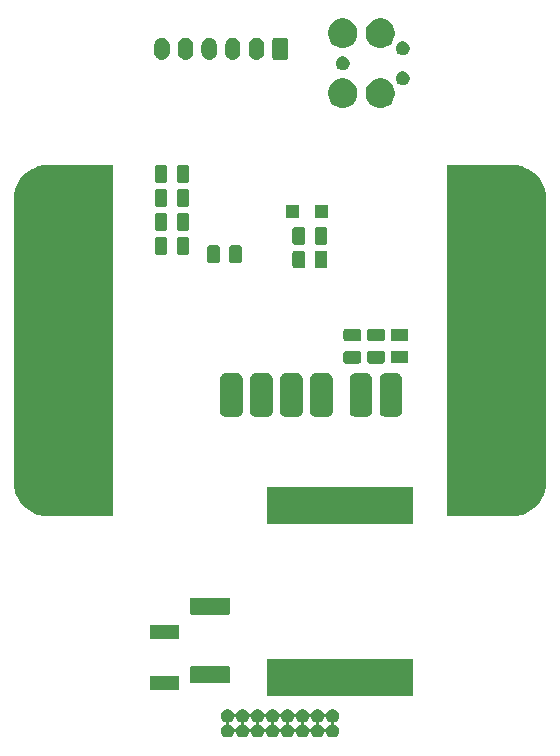
<source format=gbr>
G04 #@! TF.GenerationSoftware,KiCad,Pcbnew,(5.1.4)-1*
G04 #@! TF.CreationDate,2020-06-09T22:28:14-07:00*
G04 #@! TF.ProjectId,SkateLightMainBoard,536b6174-654c-4696-9768-744d61696e42,rev?*
G04 #@! TF.SameCoordinates,Original*
G04 #@! TF.FileFunction,Soldermask,Bot*
G04 #@! TF.FilePolarity,Negative*
%FSLAX46Y46*%
G04 Gerber Fmt 4.6, Leading zero omitted, Abs format (unit mm)*
G04 Created by KiCad (PCBNEW (5.1.4)-1) date 2020-06-09 22:28:14*
%MOMM*%
%LPD*%
G04 APERTURE LIST*
%ADD10C,0.100000*%
G04 APERTURE END LIST*
D10*
G36*
X-4281949Y-33075480D02*
G01*
X-4231080Y-33096551D01*
X-4180214Y-33117620D01*
X-4088658Y-33178796D01*
X-4010796Y-33256658D01*
X-3949620Y-33348214D01*
X-3925484Y-33406485D01*
X-3913932Y-33428095D01*
X-3898387Y-33447037D01*
X-3879445Y-33462582D01*
X-3857834Y-33474133D01*
X-3834385Y-33481246D01*
X-3809999Y-33483648D01*
X-3785613Y-33481246D01*
X-3762164Y-33474133D01*
X-3740554Y-33462581D01*
X-3721612Y-33447036D01*
X-3706067Y-33428094D01*
X-3694516Y-33406485D01*
X-3670380Y-33348214D01*
X-3609204Y-33256658D01*
X-3531342Y-33178796D01*
X-3439786Y-33117620D01*
X-3388920Y-33096551D01*
X-3338051Y-33075480D01*
X-3230059Y-33054000D01*
X-3119941Y-33054000D01*
X-3011949Y-33075480D01*
X-2961080Y-33096551D01*
X-2910214Y-33117620D01*
X-2818658Y-33178796D01*
X-2740796Y-33256658D01*
X-2679620Y-33348214D01*
X-2655484Y-33406485D01*
X-2643932Y-33428095D01*
X-2628387Y-33447037D01*
X-2609445Y-33462582D01*
X-2587834Y-33474133D01*
X-2564385Y-33481246D01*
X-2539999Y-33483648D01*
X-2515613Y-33481246D01*
X-2492164Y-33474133D01*
X-2470554Y-33462581D01*
X-2451612Y-33447036D01*
X-2436067Y-33428094D01*
X-2424516Y-33406485D01*
X-2400380Y-33348214D01*
X-2339204Y-33256658D01*
X-2261342Y-33178796D01*
X-2169786Y-33117620D01*
X-2118920Y-33096551D01*
X-2068051Y-33075480D01*
X-1960059Y-33054000D01*
X-1849941Y-33054000D01*
X-1741949Y-33075480D01*
X-1691080Y-33096551D01*
X-1640214Y-33117620D01*
X-1548658Y-33178796D01*
X-1470796Y-33256658D01*
X-1409620Y-33348214D01*
X-1385484Y-33406485D01*
X-1373932Y-33428095D01*
X-1358387Y-33447037D01*
X-1339445Y-33462582D01*
X-1317834Y-33474133D01*
X-1294385Y-33481246D01*
X-1269999Y-33483648D01*
X-1245613Y-33481246D01*
X-1222164Y-33474133D01*
X-1200554Y-33462581D01*
X-1181612Y-33447036D01*
X-1166067Y-33428094D01*
X-1154516Y-33406485D01*
X-1130380Y-33348214D01*
X-1069204Y-33256658D01*
X-991342Y-33178796D01*
X-899786Y-33117620D01*
X-848920Y-33096551D01*
X-798051Y-33075480D01*
X-690059Y-33054000D01*
X-579941Y-33054000D01*
X-471949Y-33075480D01*
X-421080Y-33096551D01*
X-370214Y-33117620D01*
X-278658Y-33178796D01*
X-200796Y-33256658D01*
X-139620Y-33348214D01*
X-115484Y-33406485D01*
X-103932Y-33428095D01*
X-88387Y-33447037D01*
X-69445Y-33462582D01*
X-47834Y-33474133D01*
X-24385Y-33481246D01*
X1Y-33483648D01*
X24387Y-33481246D01*
X47836Y-33474133D01*
X69446Y-33462581D01*
X88388Y-33447036D01*
X103933Y-33428094D01*
X115484Y-33406485D01*
X139620Y-33348214D01*
X200796Y-33256658D01*
X278658Y-33178796D01*
X370214Y-33117620D01*
X421080Y-33096551D01*
X471949Y-33075480D01*
X579941Y-33054000D01*
X690059Y-33054000D01*
X798051Y-33075480D01*
X848920Y-33096551D01*
X899786Y-33117620D01*
X991342Y-33178796D01*
X1069204Y-33256658D01*
X1130380Y-33348214D01*
X1154516Y-33406485D01*
X1166068Y-33428095D01*
X1181613Y-33447037D01*
X1200555Y-33462582D01*
X1222166Y-33474133D01*
X1245615Y-33481246D01*
X1270001Y-33483648D01*
X1294387Y-33481246D01*
X1317836Y-33474133D01*
X1339446Y-33462581D01*
X1358388Y-33447036D01*
X1373933Y-33428094D01*
X1385484Y-33406485D01*
X1409620Y-33348214D01*
X1470796Y-33256658D01*
X1548658Y-33178796D01*
X1640214Y-33117620D01*
X1691080Y-33096551D01*
X1741949Y-33075480D01*
X1849941Y-33054000D01*
X1960059Y-33054000D01*
X2068051Y-33075480D01*
X2118920Y-33096551D01*
X2169786Y-33117620D01*
X2261342Y-33178796D01*
X2339204Y-33256658D01*
X2400380Y-33348214D01*
X2424516Y-33406485D01*
X2436068Y-33428095D01*
X2451613Y-33447037D01*
X2470555Y-33462582D01*
X2492166Y-33474133D01*
X2515615Y-33481246D01*
X2540001Y-33483648D01*
X2564387Y-33481246D01*
X2587836Y-33474133D01*
X2609446Y-33462581D01*
X2628388Y-33447036D01*
X2643933Y-33428094D01*
X2655484Y-33406485D01*
X2679620Y-33348214D01*
X2740796Y-33256658D01*
X2818658Y-33178796D01*
X2910214Y-33117620D01*
X2961080Y-33096551D01*
X3011949Y-33075480D01*
X3119941Y-33054000D01*
X3230059Y-33054000D01*
X3338051Y-33075480D01*
X3388920Y-33096551D01*
X3439786Y-33117620D01*
X3531342Y-33178796D01*
X3609204Y-33256658D01*
X3670380Y-33348214D01*
X3694516Y-33406485D01*
X3706068Y-33428095D01*
X3721613Y-33447037D01*
X3740555Y-33462582D01*
X3762166Y-33474133D01*
X3785615Y-33481246D01*
X3810001Y-33483648D01*
X3834387Y-33481246D01*
X3857836Y-33474133D01*
X3879446Y-33462581D01*
X3898388Y-33447036D01*
X3913933Y-33428094D01*
X3925484Y-33406485D01*
X3949620Y-33348214D01*
X4010796Y-33256658D01*
X4088658Y-33178796D01*
X4180214Y-33117620D01*
X4231080Y-33096551D01*
X4281949Y-33075480D01*
X4389941Y-33054000D01*
X4500059Y-33054000D01*
X4608051Y-33075480D01*
X4658920Y-33096551D01*
X4709786Y-33117620D01*
X4801342Y-33178796D01*
X4879204Y-33256658D01*
X4940380Y-33348214D01*
X4961449Y-33399080D01*
X4982520Y-33449949D01*
X5004000Y-33557941D01*
X5004000Y-33668059D01*
X4982520Y-33776051D01*
X4973467Y-33797906D01*
X4940380Y-33877786D01*
X4879204Y-33969342D01*
X4801342Y-34047204D01*
X4709786Y-34108380D01*
X4651515Y-34132516D01*
X4629905Y-34144068D01*
X4610963Y-34159613D01*
X4595418Y-34178555D01*
X4583867Y-34200166D01*
X4576754Y-34223615D01*
X4574352Y-34248001D01*
X4576754Y-34272387D01*
X4583867Y-34295836D01*
X4595419Y-34317446D01*
X4610964Y-34336388D01*
X4629906Y-34351933D01*
X4651513Y-34363483D01*
X4709786Y-34387620D01*
X4801342Y-34448796D01*
X4879204Y-34526658D01*
X4940380Y-34618214D01*
X4961449Y-34669080D01*
X4982520Y-34719949D01*
X5004000Y-34827941D01*
X5004000Y-34938059D01*
X4982520Y-35046051D01*
X4973467Y-35067906D01*
X4940380Y-35147786D01*
X4879204Y-35239342D01*
X4801342Y-35317204D01*
X4709786Y-35378380D01*
X4658920Y-35399449D01*
X4608051Y-35420520D01*
X4500059Y-35442000D01*
X4389941Y-35442000D01*
X4281949Y-35420520D01*
X4231080Y-35399449D01*
X4180214Y-35378380D01*
X4088658Y-35317204D01*
X4010796Y-35239342D01*
X3949620Y-35147786D01*
X3925483Y-35089513D01*
X3913932Y-35067905D01*
X3898387Y-35048963D01*
X3879445Y-35033418D01*
X3857834Y-35021867D01*
X3834385Y-35014754D01*
X3809999Y-35012352D01*
X3785613Y-35014754D01*
X3762164Y-35021867D01*
X3740554Y-35033419D01*
X3721612Y-35048964D01*
X3706067Y-35067906D01*
X3694517Y-35089513D01*
X3670380Y-35147786D01*
X3609204Y-35239342D01*
X3531342Y-35317204D01*
X3439786Y-35378380D01*
X3388920Y-35399449D01*
X3338051Y-35420520D01*
X3230059Y-35442000D01*
X3119941Y-35442000D01*
X3011949Y-35420520D01*
X2961080Y-35399449D01*
X2910214Y-35378380D01*
X2818658Y-35317204D01*
X2740796Y-35239342D01*
X2679620Y-35147786D01*
X2655483Y-35089513D01*
X2643932Y-35067905D01*
X2628387Y-35048963D01*
X2609445Y-35033418D01*
X2587834Y-35021867D01*
X2564385Y-35014754D01*
X2539999Y-35012352D01*
X2515613Y-35014754D01*
X2492164Y-35021867D01*
X2470554Y-35033419D01*
X2451612Y-35048964D01*
X2436067Y-35067906D01*
X2424517Y-35089513D01*
X2400380Y-35147786D01*
X2339204Y-35239342D01*
X2261342Y-35317204D01*
X2169786Y-35378380D01*
X2118920Y-35399449D01*
X2068051Y-35420520D01*
X1960059Y-35442000D01*
X1849941Y-35442000D01*
X1741949Y-35420520D01*
X1691080Y-35399449D01*
X1640214Y-35378380D01*
X1548658Y-35317204D01*
X1470796Y-35239342D01*
X1409620Y-35147786D01*
X1385483Y-35089513D01*
X1373932Y-35067905D01*
X1358387Y-35048963D01*
X1339445Y-35033418D01*
X1317834Y-35021867D01*
X1294385Y-35014754D01*
X1269999Y-35012352D01*
X1245613Y-35014754D01*
X1222164Y-35021867D01*
X1200554Y-35033419D01*
X1181612Y-35048964D01*
X1166067Y-35067906D01*
X1154517Y-35089513D01*
X1130380Y-35147786D01*
X1069204Y-35239342D01*
X991342Y-35317204D01*
X899786Y-35378380D01*
X848920Y-35399449D01*
X798051Y-35420520D01*
X690059Y-35442000D01*
X579941Y-35442000D01*
X471949Y-35420520D01*
X421080Y-35399449D01*
X370214Y-35378380D01*
X278658Y-35317204D01*
X200796Y-35239342D01*
X139620Y-35147786D01*
X115483Y-35089513D01*
X103932Y-35067905D01*
X88387Y-35048963D01*
X69445Y-35033418D01*
X47834Y-35021867D01*
X24385Y-35014754D01*
X-1Y-35012352D01*
X-24387Y-35014754D01*
X-47836Y-35021867D01*
X-69446Y-35033419D01*
X-88388Y-35048964D01*
X-103933Y-35067906D01*
X-115483Y-35089513D01*
X-139620Y-35147786D01*
X-200796Y-35239342D01*
X-278658Y-35317204D01*
X-370214Y-35378380D01*
X-421080Y-35399449D01*
X-471949Y-35420520D01*
X-579941Y-35442000D01*
X-690059Y-35442000D01*
X-798051Y-35420520D01*
X-848920Y-35399449D01*
X-899786Y-35378380D01*
X-991342Y-35317204D01*
X-1069204Y-35239342D01*
X-1130380Y-35147786D01*
X-1154517Y-35089513D01*
X-1166068Y-35067905D01*
X-1181613Y-35048963D01*
X-1200555Y-35033418D01*
X-1222166Y-35021867D01*
X-1245615Y-35014754D01*
X-1270001Y-35012352D01*
X-1294387Y-35014754D01*
X-1317836Y-35021867D01*
X-1339446Y-35033419D01*
X-1358388Y-35048964D01*
X-1373933Y-35067906D01*
X-1385483Y-35089513D01*
X-1409620Y-35147786D01*
X-1470796Y-35239342D01*
X-1548658Y-35317204D01*
X-1640214Y-35378380D01*
X-1691080Y-35399449D01*
X-1741949Y-35420520D01*
X-1849941Y-35442000D01*
X-1960059Y-35442000D01*
X-2068051Y-35420520D01*
X-2118920Y-35399449D01*
X-2169786Y-35378380D01*
X-2261342Y-35317204D01*
X-2339204Y-35239342D01*
X-2400380Y-35147786D01*
X-2424517Y-35089513D01*
X-2436068Y-35067905D01*
X-2451613Y-35048963D01*
X-2470555Y-35033418D01*
X-2492166Y-35021867D01*
X-2515615Y-35014754D01*
X-2540001Y-35012352D01*
X-2564387Y-35014754D01*
X-2587836Y-35021867D01*
X-2609446Y-35033419D01*
X-2628388Y-35048964D01*
X-2643933Y-35067906D01*
X-2655483Y-35089513D01*
X-2679620Y-35147786D01*
X-2740796Y-35239342D01*
X-2818658Y-35317204D01*
X-2910214Y-35378380D01*
X-2961080Y-35399449D01*
X-3011949Y-35420520D01*
X-3119941Y-35442000D01*
X-3230059Y-35442000D01*
X-3338051Y-35420520D01*
X-3388920Y-35399449D01*
X-3439786Y-35378380D01*
X-3531342Y-35317204D01*
X-3609204Y-35239342D01*
X-3670380Y-35147786D01*
X-3694517Y-35089513D01*
X-3706068Y-35067905D01*
X-3721613Y-35048963D01*
X-3740555Y-35033418D01*
X-3762166Y-35021867D01*
X-3785615Y-35014754D01*
X-3810001Y-35012352D01*
X-3834387Y-35014754D01*
X-3857836Y-35021867D01*
X-3879446Y-35033419D01*
X-3898388Y-35048964D01*
X-3913933Y-35067906D01*
X-3925483Y-35089513D01*
X-3949620Y-35147786D01*
X-4010796Y-35239342D01*
X-4088658Y-35317204D01*
X-4180214Y-35378380D01*
X-4231080Y-35399449D01*
X-4281949Y-35420520D01*
X-4389941Y-35442000D01*
X-4500059Y-35442000D01*
X-4608051Y-35420520D01*
X-4658920Y-35399449D01*
X-4709786Y-35378380D01*
X-4801342Y-35317204D01*
X-4879204Y-35239342D01*
X-4940380Y-35147786D01*
X-4973467Y-35067906D01*
X-4982520Y-35046051D01*
X-5004000Y-34938059D01*
X-5004000Y-34827941D01*
X-4982520Y-34719949D01*
X-4961449Y-34669080D01*
X-4940380Y-34618214D01*
X-4879204Y-34526658D01*
X-4801342Y-34448796D01*
X-4709786Y-34387620D01*
X-4651513Y-34363483D01*
X-4629905Y-34351932D01*
X-4610963Y-34336387D01*
X-4595418Y-34317445D01*
X-4583867Y-34295834D01*
X-4576754Y-34272385D01*
X-4574353Y-34248001D01*
X-4315648Y-34248001D01*
X-4313246Y-34272387D01*
X-4306133Y-34295836D01*
X-4294581Y-34317446D01*
X-4279036Y-34336388D01*
X-4260094Y-34351933D01*
X-4238487Y-34363483D01*
X-4180214Y-34387620D01*
X-4088658Y-34448796D01*
X-4010796Y-34526658D01*
X-3949620Y-34618214D01*
X-3925484Y-34676485D01*
X-3913932Y-34698095D01*
X-3898387Y-34717037D01*
X-3879445Y-34732582D01*
X-3857834Y-34744133D01*
X-3834385Y-34751246D01*
X-3809999Y-34753648D01*
X-3785613Y-34751246D01*
X-3762164Y-34744133D01*
X-3740554Y-34732581D01*
X-3721612Y-34717036D01*
X-3706067Y-34698094D01*
X-3694516Y-34676485D01*
X-3670380Y-34618214D01*
X-3609204Y-34526658D01*
X-3531342Y-34448796D01*
X-3439786Y-34387620D01*
X-3381513Y-34363483D01*
X-3359905Y-34351932D01*
X-3340963Y-34336387D01*
X-3325418Y-34317445D01*
X-3313867Y-34295834D01*
X-3306754Y-34272385D01*
X-3304353Y-34248001D01*
X-3045648Y-34248001D01*
X-3043246Y-34272387D01*
X-3036133Y-34295836D01*
X-3024581Y-34317446D01*
X-3009036Y-34336388D01*
X-2990094Y-34351933D01*
X-2968487Y-34363483D01*
X-2910214Y-34387620D01*
X-2818658Y-34448796D01*
X-2740796Y-34526658D01*
X-2679620Y-34618214D01*
X-2655484Y-34676485D01*
X-2643932Y-34698095D01*
X-2628387Y-34717037D01*
X-2609445Y-34732582D01*
X-2587834Y-34744133D01*
X-2564385Y-34751246D01*
X-2539999Y-34753648D01*
X-2515613Y-34751246D01*
X-2492164Y-34744133D01*
X-2470554Y-34732581D01*
X-2451612Y-34717036D01*
X-2436067Y-34698094D01*
X-2424516Y-34676485D01*
X-2400380Y-34618214D01*
X-2339204Y-34526658D01*
X-2261342Y-34448796D01*
X-2169786Y-34387620D01*
X-2111513Y-34363483D01*
X-2089905Y-34351932D01*
X-2070963Y-34336387D01*
X-2055418Y-34317445D01*
X-2043867Y-34295834D01*
X-2036754Y-34272385D01*
X-2034353Y-34248001D01*
X-1775648Y-34248001D01*
X-1773246Y-34272387D01*
X-1766133Y-34295836D01*
X-1754581Y-34317446D01*
X-1739036Y-34336388D01*
X-1720094Y-34351933D01*
X-1698487Y-34363483D01*
X-1640214Y-34387620D01*
X-1548658Y-34448796D01*
X-1470796Y-34526658D01*
X-1409620Y-34618214D01*
X-1385484Y-34676485D01*
X-1373932Y-34698095D01*
X-1358387Y-34717037D01*
X-1339445Y-34732582D01*
X-1317834Y-34744133D01*
X-1294385Y-34751246D01*
X-1269999Y-34753648D01*
X-1245613Y-34751246D01*
X-1222164Y-34744133D01*
X-1200554Y-34732581D01*
X-1181612Y-34717036D01*
X-1166067Y-34698094D01*
X-1154516Y-34676485D01*
X-1130380Y-34618214D01*
X-1069204Y-34526658D01*
X-991342Y-34448796D01*
X-899786Y-34387620D01*
X-841513Y-34363483D01*
X-819905Y-34351932D01*
X-800963Y-34336387D01*
X-785418Y-34317445D01*
X-773867Y-34295834D01*
X-766754Y-34272385D01*
X-764353Y-34248001D01*
X-505648Y-34248001D01*
X-503246Y-34272387D01*
X-496133Y-34295836D01*
X-484581Y-34317446D01*
X-469036Y-34336388D01*
X-450094Y-34351933D01*
X-428487Y-34363483D01*
X-370214Y-34387620D01*
X-278658Y-34448796D01*
X-200796Y-34526658D01*
X-139620Y-34618214D01*
X-115484Y-34676485D01*
X-103932Y-34698095D01*
X-88387Y-34717037D01*
X-69445Y-34732582D01*
X-47834Y-34744133D01*
X-24385Y-34751246D01*
X1Y-34753648D01*
X24387Y-34751246D01*
X47836Y-34744133D01*
X69446Y-34732581D01*
X88388Y-34717036D01*
X103933Y-34698094D01*
X115484Y-34676485D01*
X139620Y-34618214D01*
X200796Y-34526658D01*
X278658Y-34448796D01*
X370214Y-34387620D01*
X428487Y-34363483D01*
X450095Y-34351932D01*
X469037Y-34336387D01*
X484582Y-34317445D01*
X496133Y-34295834D01*
X503246Y-34272385D01*
X505647Y-34248001D01*
X764352Y-34248001D01*
X766754Y-34272387D01*
X773867Y-34295836D01*
X785419Y-34317446D01*
X800964Y-34336388D01*
X819906Y-34351933D01*
X841513Y-34363483D01*
X899786Y-34387620D01*
X991342Y-34448796D01*
X1069204Y-34526658D01*
X1130380Y-34618214D01*
X1154516Y-34676485D01*
X1166068Y-34698095D01*
X1181613Y-34717037D01*
X1200555Y-34732582D01*
X1222166Y-34744133D01*
X1245615Y-34751246D01*
X1270001Y-34753648D01*
X1294387Y-34751246D01*
X1317836Y-34744133D01*
X1339446Y-34732581D01*
X1358388Y-34717036D01*
X1373933Y-34698094D01*
X1385484Y-34676485D01*
X1409620Y-34618214D01*
X1470796Y-34526658D01*
X1548658Y-34448796D01*
X1640214Y-34387620D01*
X1698487Y-34363483D01*
X1720095Y-34351932D01*
X1739037Y-34336387D01*
X1754582Y-34317445D01*
X1766133Y-34295834D01*
X1773246Y-34272385D01*
X1775647Y-34248001D01*
X2034352Y-34248001D01*
X2036754Y-34272387D01*
X2043867Y-34295836D01*
X2055419Y-34317446D01*
X2070964Y-34336388D01*
X2089906Y-34351933D01*
X2111513Y-34363483D01*
X2169786Y-34387620D01*
X2261342Y-34448796D01*
X2339204Y-34526658D01*
X2400380Y-34618214D01*
X2424516Y-34676485D01*
X2436068Y-34698095D01*
X2451613Y-34717037D01*
X2470555Y-34732582D01*
X2492166Y-34744133D01*
X2515615Y-34751246D01*
X2540001Y-34753648D01*
X2564387Y-34751246D01*
X2587836Y-34744133D01*
X2609446Y-34732581D01*
X2628388Y-34717036D01*
X2643933Y-34698094D01*
X2655484Y-34676485D01*
X2679620Y-34618214D01*
X2740796Y-34526658D01*
X2818658Y-34448796D01*
X2910214Y-34387620D01*
X2968487Y-34363483D01*
X2990095Y-34351932D01*
X3009037Y-34336387D01*
X3024582Y-34317445D01*
X3036133Y-34295834D01*
X3043246Y-34272385D01*
X3045647Y-34248001D01*
X3304352Y-34248001D01*
X3306754Y-34272387D01*
X3313867Y-34295836D01*
X3325419Y-34317446D01*
X3340964Y-34336388D01*
X3359906Y-34351933D01*
X3381513Y-34363483D01*
X3439786Y-34387620D01*
X3531342Y-34448796D01*
X3609204Y-34526658D01*
X3670380Y-34618214D01*
X3694516Y-34676485D01*
X3706068Y-34698095D01*
X3721613Y-34717037D01*
X3740555Y-34732582D01*
X3762166Y-34744133D01*
X3785615Y-34751246D01*
X3810001Y-34753648D01*
X3834387Y-34751246D01*
X3857836Y-34744133D01*
X3879446Y-34732581D01*
X3898388Y-34717036D01*
X3913933Y-34698094D01*
X3925484Y-34676485D01*
X3949620Y-34618214D01*
X4010796Y-34526658D01*
X4088658Y-34448796D01*
X4180214Y-34387620D01*
X4238487Y-34363483D01*
X4260095Y-34351932D01*
X4279037Y-34336387D01*
X4294582Y-34317445D01*
X4306133Y-34295834D01*
X4313246Y-34272385D01*
X4315648Y-34247999D01*
X4313246Y-34223613D01*
X4306133Y-34200164D01*
X4294581Y-34178554D01*
X4279036Y-34159612D01*
X4260094Y-34144067D01*
X4238485Y-34132516D01*
X4180214Y-34108380D01*
X4088658Y-34047204D01*
X4010796Y-33969342D01*
X3949620Y-33877786D01*
X3925483Y-33819513D01*
X3913932Y-33797905D01*
X3898387Y-33778963D01*
X3879445Y-33763418D01*
X3857834Y-33751867D01*
X3834385Y-33744754D01*
X3809999Y-33742352D01*
X3785613Y-33744754D01*
X3762164Y-33751867D01*
X3740554Y-33763419D01*
X3721612Y-33778964D01*
X3706067Y-33797906D01*
X3694517Y-33819513D01*
X3670380Y-33877786D01*
X3609204Y-33969342D01*
X3531342Y-34047204D01*
X3439786Y-34108380D01*
X3381515Y-34132516D01*
X3359905Y-34144068D01*
X3340963Y-34159613D01*
X3325418Y-34178555D01*
X3313867Y-34200166D01*
X3306754Y-34223615D01*
X3304352Y-34248001D01*
X3045647Y-34248001D01*
X3045648Y-34247999D01*
X3043246Y-34223613D01*
X3036133Y-34200164D01*
X3024581Y-34178554D01*
X3009036Y-34159612D01*
X2990094Y-34144067D01*
X2968485Y-34132516D01*
X2910214Y-34108380D01*
X2818658Y-34047204D01*
X2740796Y-33969342D01*
X2679620Y-33877786D01*
X2655483Y-33819513D01*
X2643932Y-33797905D01*
X2628387Y-33778963D01*
X2609445Y-33763418D01*
X2587834Y-33751867D01*
X2564385Y-33744754D01*
X2539999Y-33742352D01*
X2515613Y-33744754D01*
X2492164Y-33751867D01*
X2470554Y-33763419D01*
X2451612Y-33778964D01*
X2436067Y-33797906D01*
X2424517Y-33819513D01*
X2400380Y-33877786D01*
X2339204Y-33969342D01*
X2261342Y-34047204D01*
X2169786Y-34108380D01*
X2111515Y-34132516D01*
X2089905Y-34144068D01*
X2070963Y-34159613D01*
X2055418Y-34178555D01*
X2043867Y-34200166D01*
X2036754Y-34223615D01*
X2034352Y-34248001D01*
X1775647Y-34248001D01*
X1775648Y-34247999D01*
X1773246Y-34223613D01*
X1766133Y-34200164D01*
X1754581Y-34178554D01*
X1739036Y-34159612D01*
X1720094Y-34144067D01*
X1698485Y-34132516D01*
X1640214Y-34108380D01*
X1548658Y-34047204D01*
X1470796Y-33969342D01*
X1409620Y-33877786D01*
X1385483Y-33819513D01*
X1373932Y-33797905D01*
X1358387Y-33778963D01*
X1339445Y-33763418D01*
X1317834Y-33751867D01*
X1294385Y-33744754D01*
X1269999Y-33742352D01*
X1245613Y-33744754D01*
X1222164Y-33751867D01*
X1200554Y-33763419D01*
X1181612Y-33778964D01*
X1166067Y-33797906D01*
X1154517Y-33819513D01*
X1130380Y-33877786D01*
X1069204Y-33969342D01*
X991342Y-34047204D01*
X899786Y-34108380D01*
X841515Y-34132516D01*
X819905Y-34144068D01*
X800963Y-34159613D01*
X785418Y-34178555D01*
X773867Y-34200166D01*
X766754Y-34223615D01*
X764352Y-34248001D01*
X505647Y-34248001D01*
X505648Y-34247999D01*
X503246Y-34223613D01*
X496133Y-34200164D01*
X484581Y-34178554D01*
X469036Y-34159612D01*
X450094Y-34144067D01*
X428485Y-34132516D01*
X370214Y-34108380D01*
X278658Y-34047204D01*
X200796Y-33969342D01*
X139620Y-33877786D01*
X115483Y-33819513D01*
X103932Y-33797905D01*
X88387Y-33778963D01*
X69445Y-33763418D01*
X47834Y-33751867D01*
X24385Y-33744754D01*
X-1Y-33742352D01*
X-24387Y-33744754D01*
X-47836Y-33751867D01*
X-69446Y-33763419D01*
X-88388Y-33778964D01*
X-103933Y-33797906D01*
X-115483Y-33819513D01*
X-139620Y-33877786D01*
X-200796Y-33969342D01*
X-278658Y-34047204D01*
X-370214Y-34108380D01*
X-428485Y-34132516D01*
X-450095Y-34144068D01*
X-469037Y-34159613D01*
X-484582Y-34178555D01*
X-496133Y-34200166D01*
X-503246Y-34223615D01*
X-505648Y-34248001D01*
X-764353Y-34248001D01*
X-764352Y-34247999D01*
X-766754Y-34223613D01*
X-773867Y-34200164D01*
X-785419Y-34178554D01*
X-800964Y-34159612D01*
X-819906Y-34144067D01*
X-841515Y-34132516D01*
X-899786Y-34108380D01*
X-991342Y-34047204D01*
X-1069204Y-33969342D01*
X-1130380Y-33877786D01*
X-1154517Y-33819513D01*
X-1166068Y-33797905D01*
X-1181613Y-33778963D01*
X-1200555Y-33763418D01*
X-1222166Y-33751867D01*
X-1245615Y-33744754D01*
X-1270001Y-33742352D01*
X-1294387Y-33744754D01*
X-1317836Y-33751867D01*
X-1339446Y-33763419D01*
X-1358388Y-33778964D01*
X-1373933Y-33797906D01*
X-1385483Y-33819513D01*
X-1409620Y-33877786D01*
X-1470796Y-33969342D01*
X-1548658Y-34047204D01*
X-1640214Y-34108380D01*
X-1698485Y-34132516D01*
X-1720095Y-34144068D01*
X-1739037Y-34159613D01*
X-1754582Y-34178555D01*
X-1766133Y-34200166D01*
X-1773246Y-34223615D01*
X-1775648Y-34248001D01*
X-2034353Y-34248001D01*
X-2034352Y-34247999D01*
X-2036754Y-34223613D01*
X-2043867Y-34200164D01*
X-2055419Y-34178554D01*
X-2070964Y-34159612D01*
X-2089906Y-34144067D01*
X-2111515Y-34132516D01*
X-2169786Y-34108380D01*
X-2261342Y-34047204D01*
X-2339204Y-33969342D01*
X-2400380Y-33877786D01*
X-2424517Y-33819513D01*
X-2436068Y-33797905D01*
X-2451613Y-33778963D01*
X-2470555Y-33763418D01*
X-2492166Y-33751867D01*
X-2515615Y-33744754D01*
X-2540001Y-33742352D01*
X-2564387Y-33744754D01*
X-2587836Y-33751867D01*
X-2609446Y-33763419D01*
X-2628388Y-33778964D01*
X-2643933Y-33797906D01*
X-2655483Y-33819513D01*
X-2679620Y-33877786D01*
X-2740796Y-33969342D01*
X-2818658Y-34047204D01*
X-2910214Y-34108380D01*
X-2968485Y-34132516D01*
X-2990095Y-34144068D01*
X-3009037Y-34159613D01*
X-3024582Y-34178555D01*
X-3036133Y-34200166D01*
X-3043246Y-34223615D01*
X-3045648Y-34248001D01*
X-3304353Y-34248001D01*
X-3304352Y-34247999D01*
X-3306754Y-34223613D01*
X-3313867Y-34200164D01*
X-3325419Y-34178554D01*
X-3340964Y-34159612D01*
X-3359906Y-34144067D01*
X-3381515Y-34132516D01*
X-3439786Y-34108380D01*
X-3531342Y-34047204D01*
X-3609204Y-33969342D01*
X-3670380Y-33877786D01*
X-3694517Y-33819513D01*
X-3706068Y-33797905D01*
X-3721613Y-33778963D01*
X-3740555Y-33763418D01*
X-3762166Y-33751867D01*
X-3785615Y-33744754D01*
X-3810001Y-33742352D01*
X-3834387Y-33744754D01*
X-3857836Y-33751867D01*
X-3879446Y-33763419D01*
X-3898388Y-33778964D01*
X-3913933Y-33797906D01*
X-3925483Y-33819513D01*
X-3949620Y-33877786D01*
X-4010796Y-33969342D01*
X-4088658Y-34047204D01*
X-4180214Y-34108380D01*
X-4238485Y-34132516D01*
X-4260095Y-34144068D01*
X-4279037Y-34159613D01*
X-4294582Y-34178555D01*
X-4306133Y-34200166D01*
X-4313246Y-34223615D01*
X-4315648Y-34248001D01*
X-4574353Y-34248001D01*
X-4574352Y-34247999D01*
X-4576754Y-34223613D01*
X-4583867Y-34200164D01*
X-4595419Y-34178554D01*
X-4610964Y-34159612D01*
X-4629906Y-34144067D01*
X-4651515Y-34132516D01*
X-4709786Y-34108380D01*
X-4801342Y-34047204D01*
X-4879204Y-33969342D01*
X-4940380Y-33877786D01*
X-4973467Y-33797906D01*
X-4982520Y-33776051D01*
X-5004000Y-33668059D01*
X-5004000Y-33557941D01*
X-4982520Y-33449949D01*
X-4961449Y-33399080D01*
X-4940380Y-33348214D01*
X-4879204Y-33256658D01*
X-4801342Y-33178796D01*
X-4709786Y-33117620D01*
X-4658920Y-33096551D01*
X-4608051Y-33075480D01*
X-4500059Y-33054000D01*
X-4389941Y-33054000D01*
X-4281949Y-33075480D01*
X-4281949Y-33075480D01*
G37*
G36*
X11227000Y-31953400D02*
G01*
X-1067000Y-31953400D01*
X-1067000Y-28828800D01*
X11227000Y-28828800D01*
X11227000Y-31953400D01*
X11227000Y-31953400D01*
G37*
G36*
X-8530140Y-31450460D02*
G01*
X-10982140Y-31450460D01*
X-10982140Y-30248460D01*
X-8530140Y-30248460D01*
X-8530140Y-31450460D01*
X-8530140Y-31450460D01*
G37*
G36*
X-4353022Y-29420427D02*
G01*
X-4317453Y-29431217D01*
X-4284681Y-29448734D01*
X-4255951Y-29472311D01*
X-4232374Y-29501041D01*
X-4214857Y-29533813D01*
X-4204067Y-29569382D01*
X-4199820Y-29612505D01*
X-4199820Y-30671855D01*
X-4204067Y-30714978D01*
X-4214857Y-30750547D01*
X-4232374Y-30783319D01*
X-4255951Y-30812049D01*
X-4284681Y-30835626D01*
X-4317453Y-30853143D01*
X-4353022Y-30863933D01*
X-4396145Y-30868180D01*
X-7455495Y-30868180D01*
X-7498618Y-30863933D01*
X-7534187Y-30853143D01*
X-7566959Y-30835626D01*
X-7595689Y-30812049D01*
X-7619266Y-30783319D01*
X-7636783Y-30750547D01*
X-7647573Y-30714978D01*
X-7651820Y-30671855D01*
X-7651820Y-29612505D01*
X-7647573Y-29569382D01*
X-7636783Y-29533813D01*
X-7619266Y-29501041D01*
X-7595689Y-29472311D01*
X-7566959Y-29448734D01*
X-7534187Y-29431217D01*
X-7498618Y-29420427D01*
X-7455495Y-29416180D01*
X-4396145Y-29416180D01*
X-4353022Y-29420427D01*
X-4353022Y-29420427D01*
G37*
G36*
X-8530140Y-27150460D02*
G01*
X-10982140Y-27150460D01*
X-10982140Y-25948460D01*
X-8530140Y-25948460D01*
X-8530140Y-27150460D01*
X-8530140Y-27150460D01*
G37*
G36*
X-4353022Y-23620427D02*
G01*
X-4317453Y-23631217D01*
X-4284681Y-23648734D01*
X-4255951Y-23672311D01*
X-4232374Y-23701041D01*
X-4214857Y-23733813D01*
X-4204067Y-23769382D01*
X-4199820Y-23812505D01*
X-4199820Y-24871855D01*
X-4204067Y-24914978D01*
X-4214857Y-24950547D01*
X-4232374Y-24983319D01*
X-4255951Y-25012049D01*
X-4284681Y-25035626D01*
X-4317453Y-25053143D01*
X-4353022Y-25063933D01*
X-4396145Y-25068180D01*
X-7455495Y-25068180D01*
X-7498618Y-25063933D01*
X-7534187Y-25053143D01*
X-7566959Y-25035626D01*
X-7595689Y-25012049D01*
X-7619266Y-24983319D01*
X-7636783Y-24950547D01*
X-7647573Y-24914978D01*
X-7651820Y-24871855D01*
X-7651820Y-23812505D01*
X-7647573Y-23769382D01*
X-7636783Y-23733813D01*
X-7619266Y-23701041D01*
X-7595689Y-23672311D01*
X-7566959Y-23648734D01*
X-7534187Y-23631217D01*
X-7498618Y-23620427D01*
X-7455495Y-23616180D01*
X-4396145Y-23616180D01*
X-4353022Y-23620427D01*
X-4353022Y-23620427D01*
G37*
G36*
X11227000Y-17399200D02*
G01*
X-1067000Y-17399200D01*
X-1067000Y-14274600D01*
X11227000Y-14274600D01*
X11227000Y-17399200D01*
X11227000Y-17399200D01*
G37*
G36*
X-14109500Y-16688000D02*
G01*
X-19965209Y-16688000D01*
X-20514855Y-16578669D01*
X-20729318Y-16489836D01*
X-21032613Y-16364207D01*
X-21498582Y-16052856D01*
X-21894856Y-15656582D01*
X-22206207Y-15190613D01*
X-22331836Y-14887318D01*
X-22420669Y-14672855D01*
X-22530000Y-14123209D01*
X-22530000Y10440209D01*
X-22420669Y10989855D01*
X-22207496Y11504500D01*
X-22206207Y11507613D01*
X-21894856Y11973582D01*
X-21498582Y12369856D01*
X-21032613Y12681207D01*
X-20729318Y12806836D01*
X-20514855Y12895669D01*
X-19965209Y13005000D01*
X-14109500Y13005000D01*
X-14109500Y-16688000D01*
X-14109500Y-16688000D01*
G37*
G36*
X20514855Y12895669D02*
G01*
X20729318Y12806836D01*
X21032613Y12681207D01*
X21498582Y12369856D01*
X21894856Y11973582D01*
X22206207Y11507613D01*
X22207496Y11504500D01*
X22420669Y10989855D01*
X22530000Y10440209D01*
X22530000Y-14123209D01*
X22420669Y-14672855D01*
X22331836Y-14887318D01*
X22206207Y-15190613D01*
X21894856Y-15656582D01*
X21498582Y-16052856D01*
X21032613Y-16364207D01*
X20729318Y-16489836D01*
X20514855Y-16578669D01*
X19965209Y-16688000D01*
X14109500Y-16688000D01*
X14109500Y13005000D01*
X19965209Y13005000D01*
X20514855Y12895669D01*
X20514855Y12895669D01*
G37*
G36*
X-962921Y-4631023D02*
G01*
X-886584Y-4654179D01*
X-816245Y-4691776D01*
X-754582Y-4742382D01*
X-703976Y-4804045D01*
X-666379Y-4874384D01*
X-643223Y-4950721D01*
X-634800Y-5036240D01*
X-634800Y-7866960D01*
X-643223Y-7952479D01*
X-666379Y-8028816D01*
X-703976Y-8099155D01*
X-754582Y-8160818D01*
X-816245Y-8211424D01*
X-886584Y-8249021D01*
X-962921Y-8272177D01*
X-1048440Y-8280600D01*
X-2101160Y-8280600D01*
X-2186679Y-8272177D01*
X-2263016Y-8249021D01*
X-2333355Y-8211424D01*
X-2395018Y-8160818D01*
X-2445624Y-8099155D01*
X-2483221Y-8028816D01*
X-2506377Y-7952479D01*
X-2514800Y-7866960D01*
X-2514800Y-5036240D01*
X-2506377Y-4950721D01*
X-2483221Y-4874384D01*
X-2445624Y-4804045D01*
X-2395018Y-4742382D01*
X-2333355Y-4691776D01*
X-2263016Y-4654179D01*
X-2186679Y-4631023D01*
X-2101160Y-4622600D01*
X-1048440Y-4622600D01*
X-962921Y-4631023D01*
X-962921Y-4631023D01*
G37*
G36*
X4117079Y-4631023D02*
G01*
X4193416Y-4654179D01*
X4263755Y-4691776D01*
X4325418Y-4742382D01*
X4376024Y-4804045D01*
X4413621Y-4874384D01*
X4436777Y-4950721D01*
X4445200Y-5036240D01*
X4445200Y-7866960D01*
X4436777Y-7952479D01*
X4413621Y-8028816D01*
X4376024Y-8099155D01*
X4325418Y-8160818D01*
X4263755Y-8211424D01*
X4193416Y-8249021D01*
X4117079Y-8272177D01*
X4031560Y-8280600D01*
X2978840Y-8280600D01*
X2893321Y-8272177D01*
X2816984Y-8249021D01*
X2746645Y-8211424D01*
X2684982Y-8160818D01*
X2634376Y-8099155D01*
X2596779Y-8028816D01*
X2573623Y-7952479D01*
X2565200Y-7866960D01*
X2565200Y-5036240D01*
X2573623Y-4950721D01*
X2596779Y-4874384D01*
X2634376Y-4804045D01*
X2684982Y-4742382D01*
X2746645Y-4691776D01*
X2816984Y-4654179D01*
X2893321Y-4631023D01*
X2978840Y-4622600D01*
X4031560Y-4622600D01*
X4117079Y-4631023D01*
X4117079Y-4631023D01*
G37*
G36*
X1577079Y-4631023D02*
G01*
X1653416Y-4654179D01*
X1723755Y-4691776D01*
X1785418Y-4742382D01*
X1836024Y-4804045D01*
X1873621Y-4874384D01*
X1896777Y-4950721D01*
X1905200Y-5036240D01*
X1905200Y-7866960D01*
X1896777Y-7952479D01*
X1873621Y-8028816D01*
X1836024Y-8099155D01*
X1785418Y-8160818D01*
X1723755Y-8211424D01*
X1653416Y-8249021D01*
X1577079Y-8272177D01*
X1491560Y-8280600D01*
X438840Y-8280600D01*
X353321Y-8272177D01*
X276984Y-8249021D01*
X206645Y-8211424D01*
X144982Y-8160818D01*
X94376Y-8099155D01*
X56779Y-8028816D01*
X33623Y-7952479D01*
X25200Y-7866960D01*
X25200Y-5036240D01*
X33623Y-4950721D01*
X56779Y-4874384D01*
X94376Y-4804045D01*
X144982Y-4742382D01*
X206645Y-4691776D01*
X276984Y-4654179D01*
X353321Y-4631023D01*
X438840Y-4622600D01*
X1491560Y-4622600D01*
X1577079Y-4631023D01*
X1577079Y-4631023D01*
G37*
G36*
X9984479Y-4631023D02*
G01*
X10060816Y-4654179D01*
X10131155Y-4691776D01*
X10192818Y-4742382D01*
X10243424Y-4804045D01*
X10281021Y-4874384D01*
X10304177Y-4950721D01*
X10312600Y-5036240D01*
X10312600Y-7866960D01*
X10304177Y-7952479D01*
X10281021Y-8028816D01*
X10243424Y-8099155D01*
X10192818Y-8160818D01*
X10131155Y-8211424D01*
X10060816Y-8249021D01*
X9984479Y-8272177D01*
X9898960Y-8280600D01*
X8846240Y-8280600D01*
X8760721Y-8272177D01*
X8684384Y-8249021D01*
X8614045Y-8211424D01*
X8552382Y-8160818D01*
X8501776Y-8099155D01*
X8464179Y-8028816D01*
X8441023Y-7952479D01*
X8432600Y-7866960D01*
X8432600Y-5036240D01*
X8441023Y-4950721D01*
X8464179Y-4874384D01*
X8501776Y-4804045D01*
X8552382Y-4742382D01*
X8614045Y-4691776D01*
X8684384Y-4654179D01*
X8760721Y-4631023D01*
X8846240Y-4622600D01*
X9898960Y-4622600D01*
X9984479Y-4631023D01*
X9984479Y-4631023D01*
G37*
G36*
X-3502921Y-4631023D02*
G01*
X-3426584Y-4654179D01*
X-3356245Y-4691776D01*
X-3294582Y-4742382D01*
X-3243976Y-4804045D01*
X-3206379Y-4874384D01*
X-3183223Y-4950721D01*
X-3174800Y-5036240D01*
X-3174800Y-7866960D01*
X-3183223Y-7952479D01*
X-3206379Y-8028816D01*
X-3243976Y-8099155D01*
X-3294582Y-8160818D01*
X-3356245Y-8211424D01*
X-3426584Y-8249021D01*
X-3502921Y-8272177D01*
X-3588440Y-8280600D01*
X-4641160Y-8280600D01*
X-4726679Y-8272177D01*
X-4803016Y-8249021D01*
X-4873355Y-8211424D01*
X-4935018Y-8160818D01*
X-4985624Y-8099155D01*
X-5023221Y-8028816D01*
X-5046377Y-7952479D01*
X-5054800Y-7866960D01*
X-5054800Y-5036240D01*
X-5046377Y-4950721D01*
X-5023221Y-4874384D01*
X-4985624Y-4804045D01*
X-4935018Y-4742382D01*
X-4873355Y-4691776D01*
X-4803016Y-4654179D01*
X-4726679Y-4631023D01*
X-4641160Y-4622600D01*
X-3588440Y-4622600D01*
X-3502921Y-4631023D01*
X-3502921Y-4631023D01*
G37*
G36*
X7444479Y-4631023D02*
G01*
X7520816Y-4654179D01*
X7591155Y-4691776D01*
X7652818Y-4742382D01*
X7703424Y-4804045D01*
X7741021Y-4874384D01*
X7764177Y-4950721D01*
X7772600Y-5036240D01*
X7772600Y-7866960D01*
X7764177Y-7952479D01*
X7741021Y-8028816D01*
X7703424Y-8099155D01*
X7652818Y-8160818D01*
X7591155Y-8211424D01*
X7520816Y-8249021D01*
X7444479Y-8272177D01*
X7358960Y-8280600D01*
X6306240Y-8280600D01*
X6220721Y-8272177D01*
X6144384Y-8249021D01*
X6074045Y-8211424D01*
X6012382Y-8160818D01*
X5961776Y-8099155D01*
X5924179Y-8028816D01*
X5901023Y-7952479D01*
X5892600Y-7866960D01*
X5892600Y-5036240D01*
X5901023Y-4950721D01*
X5924179Y-4874384D01*
X5961776Y-4804045D01*
X6012382Y-4742382D01*
X6074045Y-4691776D01*
X6144384Y-4654179D01*
X6220721Y-4631023D01*
X6306240Y-4622600D01*
X7358960Y-4622600D01*
X7444479Y-4631023D01*
X7444479Y-4631023D01*
G37*
G36*
X6705868Y-2714965D02*
G01*
X6744538Y-2726696D01*
X6780177Y-2745746D01*
X6811417Y-2771383D01*
X6837054Y-2802623D01*
X6856104Y-2838262D01*
X6867835Y-2876932D01*
X6872400Y-2923288D01*
X6872400Y-3574512D01*
X6867835Y-3620868D01*
X6856104Y-3659538D01*
X6837054Y-3695177D01*
X6811417Y-3726417D01*
X6780177Y-3752054D01*
X6744538Y-3771104D01*
X6705868Y-3782835D01*
X6659512Y-3787400D01*
X5583288Y-3787400D01*
X5536932Y-3782835D01*
X5498262Y-3771104D01*
X5462623Y-3752054D01*
X5431383Y-3726417D01*
X5405746Y-3695177D01*
X5386696Y-3659538D01*
X5374965Y-3620868D01*
X5370400Y-3574512D01*
X5370400Y-2923288D01*
X5374965Y-2876932D01*
X5386696Y-2838262D01*
X5405746Y-2802623D01*
X5431383Y-2771383D01*
X5462623Y-2745746D01*
X5498262Y-2726696D01*
X5536932Y-2714965D01*
X5583288Y-2710400D01*
X6659512Y-2710400D01*
X6705868Y-2714965D01*
X6705868Y-2714965D01*
G37*
G36*
X8712468Y-2714965D02*
G01*
X8751138Y-2726696D01*
X8786777Y-2745746D01*
X8818017Y-2771383D01*
X8843654Y-2802623D01*
X8862704Y-2838262D01*
X8874435Y-2876932D01*
X8879000Y-2923288D01*
X8879000Y-3574512D01*
X8874435Y-3620868D01*
X8862704Y-3659538D01*
X8843654Y-3695177D01*
X8818017Y-3726417D01*
X8786777Y-3752054D01*
X8751138Y-3771104D01*
X8712468Y-3782835D01*
X8666112Y-3787400D01*
X7589888Y-3787400D01*
X7543532Y-3782835D01*
X7504862Y-3771104D01*
X7469223Y-3752054D01*
X7437983Y-3726417D01*
X7412346Y-3695177D01*
X7393296Y-3659538D01*
X7381565Y-3620868D01*
X7377000Y-3574512D01*
X7377000Y-2923288D01*
X7381565Y-2876932D01*
X7393296Y-2838262D01*
X7412346Y-2802623D01*
X7437983Y-2771383D01*
X7469223Y-2745746D01*
X7504862Y-2726696D01*
X7543532Y-2714965D01*
X7589888Y-2710400D01*
X8666112Y-2710400D01*
X8712468Y-2714965D01*
X8712468Y-2714965D01*
G37*
G36*
X10693668Y-2712665D02*
G01*
X10732338Y-2724396D01*
X10767977Y-2743446D01*
X10799217Y-2769083D01*
X10824854Y-2800323D01*
X10843904Y-2835962D01*
X10855635Y-2874632D01*
X10860200Y-2920988D01*
X10860200Y-3572212D01*
X10855635Y-3618568D01*
X10843904Y-3657238D01*
X10824854Y-3692877D01*
X10799217Y-3724117D01*
X10767977Y-3749754D01*
X10732338Y-3768804D01*
X10693668Y-3780535D01*
X10647312Y-3785100D01*
X9571088Y-3785100D01*
X9524732Y-3780535D01*
X9486062Y-3768804D01*
X9450423Y-3749754D01*
X9419183Y-3724117D01*
X9393546Y-3692877D01*
X9374496Y-3657238D01*
X9362765Y-3618568D01*
X9358200Y-3572212D01*
X9358200Y-2920988D01*
X9362765Y-2874632D01*
X9374496Y-2835962D01*
X9393546Y-2800323D01*
X9419183Y-2769083D01*
X9450423Y-2743446D01*
X9486062Y-2724396D01*
X9524732Y-2712665D01*
X9571088Y-2708100D01*
X10647312Y-2708100D01*
X10693668Y-2712665D01*
X10693668Y-2712665D01*
G37*
G36*
X8712468Y-839965D02*
G01*
X8751138Y-851696D01*
X8786777Y-870746D01*
X8818017Y-896383D01*
X8843654Y-927623D01*
X8862704Y-963262D01*
X8874435Y-1001932D01*
X8879000Y-1048288D01*
X8879000Y-1699512D01*
X8874435Y-1745868D01*
X8862704Y-1784538D01*
X8843654Y-1820177D01*
X8818017Y-1851417D01*
X8786777Y-1877054D01*
X8751138Y-1896104D01*
X8712468Y-1907835D01*
X8666112Y-1912400D01*
X7589888Y-1912400D01*
X7543532Y-1907835D01*
X7504862Y-1896104D01*
X7469223Y-1877054D01*
X7437983Y-1851417D01*
X7412346Y-1820177D01*
X7393296Y-1784538D01*
X7381565Y-1745868D01*
X7377000Y-1699512D01*
X7377000Y-1048288D01*
X7381565Y-1001932D01*
X7393296Y-963262D01*
X7412346Y-927623D01*
X7437983Y-896383D01*
X7469223Y-870746D01*
X7504862Y-851696D01*
X7543532Y-839965D01*
X7589888Y-835400D01*
X8666112Y-835400D01*
X8712468Y-839965D01*
X8712468Y-839965D01*
G37*
G36*
X6705868Y-839965D02*
G01*
X6744538Y-851696D01*
X6780177Y-870746D01*
X6811417Y-896383D01*
X6837054Y-927623D01*
X6856104Y-963262D01*
X6867835Y-1001932D01*
X6872400Y-1048288D01*
X6872400Y-1699512D01*
X6867835Y-1745868D01*
X6856104Y-1784538D01*
X6837054Y-1820177D01*
X6811417Y-1851417D01*
X6780177Y-1877054D01*
X6744538Y-1896104D01*
X6705868Y-1907835D01*
X6659512Y-1912400D01*
X5583288Y-1912400D01*
X5536932Y-1907835D01*
X5498262Y-1896104D01*
X5462623Y-1877054D01*
X5431383Y-1851417D01*
X5405746Y-1820177D01*
X5386696Y-1784538D01*
X5374965Y-1745868D01*
X5370400Y-1699512D01*
X5370400Y-1048288D01*
X5374965Y-1001932D01*
X5386696Y-963262D01*
X5405746Y-927623D01*
X5431383Y-896383D01*
X5462623Y-870746D01*
X5498262Y-851696D01*
X5536932Y-839965D01*
X5583288Y-835400D01*
X6659512Y-835400D01*
X6705868Y-839965D01*
X6705868Y-839965D01*
G37*
G36*
X10693668Y-837665D02*
G01*
X10732338Y-849396D01*
X10767977Y-868446D01*
X10799217Y-894083D01*
X10824854Y-925323D01*
X10843904Y-960962D01*
X10855635Y-999632D01*
X10860200Y-1045988D01*
X10860200Y-1697212D01*
X10855635Y-1743568D01*
X10843904Y-1782238D01*
X10824854Y-1817877D01*
X10799217Y-1849117D01*
X10767977Y-1874754D01*
X10732338Y-1893804D01*
X10693668Y-1905535D01*
X10647312Y-1910100D01*
X9571088Y-1910100D01*
X9524732Y-1905535D01*
X9486062Y-1893804D01*
X9450423Y-1874754D01*
X9419183Y-1849117D01*
X9393546Y-1817877D01*
X9374496Y-1782238D01*
X9362765Y-1743568D01*
X9358200Y-1697212D01*
X9358200Y-1045988D01*
X9362765Y-999632D01*
X9374496Y-960962D01*
X9393546Y-925323D01*
X9419183Y-894083D01*
X9450423Y-868446D01*
X9486062Y-849396D01*
X9524732Y-837665D01*
X9571088Y-833100D01*
X10647312Y-833100D01*
X10693668Y-837665D01*
X10693668Y-837665D01*
G37*
G36*
X3836768Y5762935D02*
G01*
X3875438Y5751204D01*
X3911077Y5732154D01*
X3942317Y5706517D01*
X3967954Y5675277D01*
X3987004Y5639638D01*
X3998735Y5600968D01*
X4003300Y5554612D01*
X4003300Y4478388D01*
X3998735Y4432032D01*
X3987004Y4393362D01*
X3967954Y4357723D01*
X3942317Y4326483D01*
X3911077Y4300846D01*
X3875438Y4281796D01*
X3836768Y4270065D01*
X3790412Y4265500D01*
X3139188Y4265500D01*
X3092832Y4270065D01*
X3054162Y4281796D01*
X3018523Y4300846D01*
X2987283Y4326483D01*
X2961646Y4357723D01*
X2942596Y4393362D01*
X2930865Y4432032D01*
X2926300Y4478388D01*
X2926300Y5554612D01*
X2930865Y5600968D01*
X2942596Y5639638D01*
X2961646Y5675277D01*
X2987283Y5706517D01*
X3018523Y5732154D01*
X3054162Y5751204D01*
X3092832Y5762935D01*
X3139188Y5767500D01*
X3790412Y5767500D01*
X3836768Y5762935D01*
X3836768Y5762935D01*
G37*
G36*
X1961768Y5762935D02*
G01*
X2000438Y5751204D01*
X2036077Y5732154D01*
X2067317Y5706517D01*
X2092954Y5675277D01*
X2112004Y5639638D01*
X2123735Y5600968D01*
X2128300Y5554612D01*
X2128300Y4478388D01*
X2123735Y4432032D01*
X2112004Y4393362D01*
X2092954Y4357723D01*
X2067317Y4326483D01*
X2036077Y4300846D01*
X2000438Y4281796D01*
X1961768Y4270065D01*
X1915412Y4265500D01*
X1264188Y4265500D01*
X1217832Y4270065D01*
X1179162Y4281796D01*
X1143523Y4300846D01*
X1112283Y4326483D01*
X1086646Y4357723D01*
X1067596Y4393362D01*
X1055865Y4432032D01*
X1051300Y4478388D01*
X1051300Y5554612D01*
X1055865Y5600968D01*
X1067596Y5639638D01*
X1086646Y5675277D01*
X1112283Y5706517D01*
X1143523Y5732154D01*
X1179162Y5751204D01*
X1217832Y5762935D01*
X1264188Y5767500D01*
X1915412Y5767500D01*
X1961768Y5762935D01*
X1961768Y5762935D01*
G37*
G36*
X-5264532Y6207435D02*
G01*
X-5225862Y6195704D01*
X-5190223Y6176654D01*
X-5158983Y6151017D01*
X-5133346Y6119777D01*
X-5114296Y6084138D01*
X-5102565Y6045468D01*
X-5098000Y5999112D01*
X-5098000Y4922888D01*
X-5102565Y4876532D01*
X-5114296Y4837862D01*
X-5133346Y4802223D01*
X-5158983Y4770983D01*
X-5190223Y4745346D01*
X-5225862Y4726296D01*
X-5264532Y4714565D01*
X-5310888Y4710000D01*
X-5962112Y4710000D01*
X-6008468Y4714565D01*
X-6047138Y4726296D01*
X-6082777Y4745346D01*
X-6114017Y4770983D01*
X-6139654Y4802223D01*
X-6158704Y4837862D01*
X-6170435Y4876532D01*
X-6175000Y4922888D01*
X-6175000Y5999112D01*
X-6170435Y6045468D01*
X-6158704Y6084138D01*
X-6139654Y6119777D01*
X-6114017Y6151017D01*
X-6082777Y6176654D01*
X-6047138Y6195704D01*
X-6008468Y6207435D01*
X-5962112Y6212000D01*
X-5310888Y6212000D01*
X-5264532Y6207435D01*
X-5264532Y6207435D01*
G37*
G36*
X-3389532Y6207435D02*
G01*
X-3350862Y6195704D01*
X-3315223Y6176654D01*
X-3283983Y6151017D01*
X-3258346Y6119777D01*
X-3239296Y6084138D01*
X-3227565Y6045468D01*
X-3223000Y5999112D01*
X-3223000Y4922888D01*
X-3227565Y4876532D01*
X-3239296Y4837862D01*
X-3258346Y4802223D01*
X-3283983Y4770983D01*
X-3315223Y4745346D01*
X-3350862Y4726296D01*
X-3389532Y4714565D01*
X-3435888Y4710000D01*
X-4087112Y4710000D01*
X-4133468Y4714565D01*
X-4172138Y4726296D01*
X-4207777Y4745346D01*
X-4239017Y4770983D01*
X-4264654Y4802223D01*
X-4283704Y4837862D01*
X-4295435Y4876532D01*
X-4300000Y4922888D01*
X-4300000Y5999112D01*
X-4295435Y6045468D01*
X-4283704Y6084138D01*
X-4264654Y6119777D01*
X-4239017Y6151017D01*
X-4207777Y6176654D01*
X-4172138Y6195704D01*
X-4133468Y6207435D01*
X-4087112Y6212000D01*
X-3435888Y6212000D01*
X-3389532Y6207435D01*
X-3389532Y6207435D01*
G37*
G36*
X-7834532Y6905935D02*
G01*
X-7795862Y6894204D01*
X-7760223Y6875154D01*
X-7728983Y6849517D01*
X-7703346Y6818277D01*
X-7684296Y6782638D01*
X-7672565Y6743968D01*
X-7668000Y6697612D01*
X-7668000Y5621388D01*
X-7672565Y5575032D01*
X-7684296Y5536362D01*
X-7703346Y5500723D01*
X-7728983Y5469483D01*
X-7760223Y5443846D01*
X-7795862Y5424796D01*
X-7834532Y5413065D01*
X-7880888Y5408500D01*
X-8532112Y5408500D01*
X-8578468Y5413065D01*
X-8617138Y5424796D01*
X-8652777Y5443846D01*
X-8684017Y5469483D01*
X-8709654Y5500723D01*
X-8728704Y5536362D01*
X-8740435Y5575032D01*
X-8745000Y5621388D01*
X-8745000Y6697612D01*
X-8740435Y6743968D01*
X-8728704Y6782638D01*
X-8709654Y6818277D01*
X-8684017Y6849517D01*
X-8652777Y6875154D01*
X-8617138Y6894204D01*
X-8578468Y6905935D01*
X-8532112Y6910500D01*
X-7880888Y6910500D01*
X-7834532Y6905935D01*
X-7834532Y6905935D01*
G37*
G36*
X-9709532Y6905935D02*
G01*
X-9670862Y6894204D01*
X-9635223Y6875154D01*
X-9603983Y6849517D01*
X-9578346Y6818277D01*
X-9559296Y6782638D01*
X-9547565Y6743968D01*
X-9543000Y6697612D01*
X-9543000Y5621388D01*
X-9547565Y5575032D01*
X-9559296Y5536362D01*
X-9578346Y5500723D01*
X-9603983Y5469483D01*
X-9635223Y5443846D01*
X-9670862Y5424796D01*
X-9709532Y5413065D01*
X-9755888Y5408500D01*
X-10407112Y5408500D01*
X-10453468Y5413065D01*
X-10492138Y5424796D01*
X-10527777Y5443846D01*
X-10559017Y5469483D01*
X-10584654Y5500723D01*
X-10603704Y5536362D01*
X-10615435Y5575032D01*
X-10620000Y5621388D01*
X-10620000Y6697612D01*
X-10615435Y6743968D01*
X-10603704Y6782638D01*
X-10584654Y6818277D01*
X-10559017Y6849517D01*
X-10527777Y6875154D01*
X-10492138Y6894204D01*
X-10453468Y6905935D01*
X-10407112Y6910500D01*
X-9755888Y6910500D01*
X-9709532Y6905935D01*
X-9709532Y6905935D01*
G37*
G36*
X3836768Y7769535D02*
G01*
X3875438Y7757804D01*
X3911077Y7738754D01*
X3942317Y7713117D01*
X3967954Y7681877D01*
X3987004Y7646238D01*
X3998735Y7607568D01*
X4003300Y7561212D01*
X4003300Y6484988D01*
X3998735Y6438632D01*
X3987004Y6399962D01*
X3967954Y6364323D01*
X3942317Y6333083D01*
X3911077Y6307446D01*
X3875438Y6288396D01*
X3836768Y6276665D01*
X3790412Y6272100D01*
X3139188Y6272100D01*
X3092832Y6276665D01*
X3054162Y6288396D01*
X3018523Y6307446D01*
X2987283Y6333083D01*
X2961646Y6364323D01*
X2942596Y6399962D01*
X2930865Y6438632D01*
X2926300Y6484988D01*
X2926300Y7561212D01*
X2930865Y7607568D01*
X2942596Y7646238D01*
X2961646Y7681877D01*
X2987283Y7713117D01*
X3018523Y7738754D01*
X3054162Y7757804D01*
X3092832Y7769535D01*
X3139188Y7774100D01*
X3790412Y7774100D01*
X3836768Y7769535D01*
X3836768Y7769535D01*
G37*
G36*
X1961768Y7769535D02*
G01*
X2000438Y7757804D01*
X2036077Y7738754D01*
X2067317Y7713117D01*
X2092954Y7681877D01*
X2112004Y7646238D01*
X2123735Y7607568D01*
X2128300Y7561212D01*
X2128300Y6484988D01*
X2123735Y6438632D01*
X2112004Y6399962D01*
X2092954Y6364323D01*
X2067317Y6333083D01*
X2036077Y6307446D01*
X2000438Y6288396D01*
X1961768Y6276665D01*
X1915412Y6272100D01*
X1264188Y6272100D01*
X1217832Y6276665D01*
X1179162Y6288396D01*
X1143523Y6307446D01*
X1112283Y6333083D01*
X1086646Y6364323D01*
X1067596Y6399962D01*
X1055865Y6438632D01*
X1051300Y6484988D01*
X1051300Y7561212D01*
X1055865Y7607568D01*
X1067596Y7646238D01*
X1086646Y7681877D01*
X1112283Y7713117D01*
X1143523Y7738754D01*
X1179162Y7757804D01*
X1217832Y7769535D01*
X1264188Y7774100D01*
X1915412Y7774100D01*
X1961768Y7769535D01*
X1961768Y7769535D01*
G37*
G36*
X-9709532Y8937935D02*
G01*
X-9670862Y8926204D01*
X-9635223Y8907154D01*
X-9603983Y8881517D01*
X-9578346Y8850277D01*
X-9559296Y8814638D01*
X-9547565Y8775968D01*
X-9543000Y8729612D01*
X-9543000Y7653388D01*
X-9547565Y7607032D01*
X-9559296Y7568362D01*
X-9578346Y7532723D01*
X-9603983Y7501483D01*
X-9635223Y7475846D01*
X-9670862Y7456796D01*
X-9709532Y7445065D01*
X-9755888Y7440500D01*
X-10407112Y7440500D01*
X-10453468Y7445065D01*
X-10492138Y7456796D01*
X-10527777Y7475846D01*
X-10559017Y7501483D01*
X-10584654Y7532723D01*
X-10603704Y7568362D01*
X-10615435Y7607032D01*
X-10620000Y7653388D01*
X-10620000Y8729612D01*
X-10615435Y8775968D01*
X-10603704Y8814638D01*
X-10584654Y8850277D01*
X-10559017Y8881517D01*
X-10527777Y8907154D01*
X-10492138Y8926204D01*
X-10453468Y8937935D01*
X-10407112Y8942500D01*
X-9755888Y8942500D01*
X-9709532Y8937935D01*
X-9709532Y8937935D01*
G37*
G36*
X-7834532Y8937935D02*
G01*
X-7795862Y8926204D01*
X-7760223Y8907154D01*
X-7728983Y8881517D01*
X-7703346Y8850277D01*
X-7684296Y8814638D01*
X-7672565Y8775968D01*
X-7668000Y8729612D01*
X-7668000Y7653388D01*
X-7672565Y7607032D01*
X-7684296Y7568362D01*
X-7703346Y7532723D01*
X-7728983Y7501483D01*
X-7760223Y7475846D01*
X-7795862Y7456796D01*
X-7834532Y7445065D01*
X-7880888Y7440500D01*
X-8532112Y7440500D01*
X-8578468Y7445065D01*
X-8617138Y7456796D01*
X-8652777Y7475846D01*
X-8684017Y7501483D01*
X-8709654Y7532723D01*
X-8728704Y7568362D01*
X-8740435Y7607032D01*
X-8745000Y7653388D01*
X-8745000Y8729612D01*
X-8740435Y8775968D01*
X-8728704Y8814638D01*
X-8709654Y8850277D01*
X-8684017Y8881517D01*
X-8652777Y8907154D01*
X-8617138Y8926204D01*
X-8578468Y8937935D01*
X-8532112Y8942500D01*
X-7880888Y8942500D01*
X-7834532Y8937935D01*
X-7834532Y8937935D01*
G37*
G36*
X4074300Y8504100D02*
G01*
X2972300Y8504100D01*
X2972300Y9606100D01*
X4074300Y9606100D01*
X4074300Y8504100D01*
X4074300Y8504100D01*
G37*
G36*
X1574300Y8504100D02*
G01*
X472300Y8504100D01*
X472300Y9606100D01*
X1574300Y9606100D01*
X1574300Y8504100D01*
X1574300Y8504100D01*
G37*
G36*
X-9709532Y10969935D02*
G01*
X-9670862Y10958204D01*
X-9635223Y10939154D01*
X-9603983Y10913517D01*
X-9578346Y10882277D01*
X-9559296Y10846638D01*
X-9547565Y10807968D01*
X-9543000Y10761612D01*
X-9543000Y9685388D01*
X-9547565Y9639032D01*
X-9559296Y9600362D01*
X-9578346Y9564723D01*
X-9603983Y9533483D01*
X-9635223Y9507846D01*
X-9670862Y9488796D01*
X-9709532Y9477065D01*
X-9755888Y9472500D01*
X-10407112Y9472500D01*
X-10453468Y9477065D01*
X-10492138Y9488796D01*
X-10527777Y9507846D01*
X-10559017Y9533483D01*
X-10584654Y9564723D01*
X-10603704Y9600362D01*
X-10615435Y9639032D01*
X-10620000Y9685388D01*
X-10620000Y10761612D01*
X-10615435Y10807968D01*
X-10603704Y10846638D01*
X-10584654Y10882277D01*
X-10559017Y10913517D01*
X-10527777Y10939154D01*
X-10492138Y10958204D01*
X-10453468Y10969935D01*
X-10407112Y10974500D01*
X-9755888Y10974500D01*
X-9709532Y10969935D01*
X-9709532Y10969935D01*
G37*
G36*
X-7834532Y10969935D02*
G01*
X-7795862Y10958204D01*
X-7760223Y10939154D01*
X-7728983Y10913517D01*
X-7703346Y10882277D01*
X-7684296Y10846638D01*
X-7672565Y10807968D01*
X-7668000Y10761612D01*
X-7668000Y9685388D01*
X-7672565Y9639032D01*
X-7684296Y9600362D01*
X-7703346Y9564723D01*
X-7728983Y9533483D01*
X-7760223Y9507846D01*
X-7795862Y9488796D01*
X-7834532Y9477065D01*
X-7880888Y9472500D01*
X-8532112Y9472500D01*
X-8578468Y9477065D01*
X-8617138Y9488796D01*
X-8652777Y9507846D01*
X-8684017Y9533483D01*
X-8709654Y9564723D01*
X-8728704Y9600362D01*
X-8740435Y9639032D01*
X-8745000Y9685388D01*
X-8745000Y10761612D01*
X-8740435Y10807968D01*
X-8728704Y10846638D01*
X-8709654Y10882277D01*
X-8684017Y10913517D01*
X-8652777Y10939154D01*
X-8617138Y10958204D01*
X-8578468Y10969935D01*
X-8532112Y10974500D01*
X-7880888Y10974500D01*
X-7834532Y10969935D01*
X-7834532Y10969935D01*
G37*
G36*
X-7834532Y13001935D02*
G01*
X-7795862Y12990204D01*
X-7760223Y12971154D01*
X-7728983Y12945517D01*
X-7703346Y12914277D01*
X-7684296Y12878638D01*
X-7672565Y12839968D01*
X-7668000Y12793612D01*
X-7668000Y11717388D01*
X-7672565Y11671032D01*
X-7684296Y11632362D01*
X-7703346Y11596723D01*
X-7728983Y11565483D01*
X-7760223Y11539846D01*
X-7795862Y11520796D01*
X-7834532Y11509065D01*
X-7880888Y11504500D01*
X-8532112Y11504500D01*
X-8578468Y11509065D01*
X-8617138Y11520796D01*
X-8652777Y11539846D01*
X-8684017Y11565483D01*
X-8709654Y11596723D01*
X-8728704Y11632362D01*
X-8740435Y11671032D01*
X-8745000Y11717388D01*
X-8745000Y12793612D01*
X-8740435Y12839968D01*
X-8728704Y12878638D01*
X-8709654Y12914277D01*
X-8684017Y12945517D01*
X-8652777Y12971154D01*
X-8617138Y12990204D01*
X-8578468Y13001935D01*
X-8532112Y13006500D01*
X-7880888Y13006500D01*
X-7834532Y13001935D01*
X-7834532Y13001935D01*
G37*
G36*
X-9709532Y13001935D02*
G01*
X-9670862Y12990204D01*
X-9635223Y12971154D01*
X-9603983Y12945517D01*
X-9578346Y12914277D01*
X-9559296Y12878638D01*
X-9547565Y12839968D01*
X-9543000Y12793612D01*
X-9543000Y11717388D01*
X-9547565Y11671032D01*
X-9559296Y11632362D01*
X-9578346Y11596723D01*
X-9603983Y11565483D01*
X-9635223Y11539846D01*
X-9670862Y11520796D01*
X-9709532Y11509065D01*
X-9755888Y11504500D01*
X-10407112Y11504500D01*
X-10453468Y11509065D01*
X-10492138Y11520796D01*
X-10527777Y11539846D01*
X-10559017Y11565483D01*
X-10584654Y11596723D01*
X-10603704Y11632362D01*
X-10615435Y11671032D01*
X-10620000Y11717388D01*
X-10620000Y12793612D01*
X-10615435Y12839968D01*
X-10603704Y12878638D01*
X-10584654Y12914277D01*
X-10559017Y12945517D01*
X-10527777Y12971154D01*
X-10492138Y12990204D01*
X-10453468Y13001935D01*
X-10407112Y13006500D01*
X-9755888Y13006500D01*
X-9709532Y13001935D01*
X-9709532Y13001935D01*
G37*
G36*
X8845494Y20297764D02*
G01*
X9072032Y20203928D01*
X9072034Y20203927D01*
X9275914Y20067699D01*
X9449299Y19894314D01*
X9585527Y19690434D01*
X9585528Y19690432D01*
X9679364Y19463894D01*
X9727200Y19223403D01*
X9727200Y18978197D01*
X9679364Y18737706D01*
X9585528Y18511168D01*
X9585527Y18511166D01*
X9449299Y18307286D01*
X9275914Y18133901D01*
X9072034Y17997673D01*
X9072033Y17997672D01*
X9072032Y17997672D01*
X8845494Y17903836D01*
X8605003Y17856000D01*
X8359797Y17856000D01*
X8119306Y17903836D01*
X7892768Y17997672D01*
X7892767Y17997672D01*
X7892766Y17997673D01*
X7688886Y18133901D01*
X7515501Y18307286D01*
X7379273Y18511166D01*
X7379272Y18511168D01*
X7285436Y18737706D01*
X7237600Y18978197D01*
X7237600Y19223403D01*
X7285436Y19463894D01*
X7379272Y19690432D01*
X7379273Y19690434D01*
X7515501Y19894314D01*
X7688886Y20067699D01*
X7892766Y20203927D01*
X7892768Y20203928D01*
X8119306Y20297764D01*
X8359797Y20345600D01*
X8605003Y20345600D01*
X8845494Y20297764D01*
X8845494Y20297764D01*
G37*
G36*
X5670494Y20297764D02*
G01*
X5897032Y20203928D01*
X5897034Y20203927D01*
X6100914Y20067699D01*
X6274299Y19894314D01*
X6410527Y19690434D01*
X6410528Y19690432D01*
X6504364Y19463894D01*
X6552200Y19223403D01*
X6552200Y18978197D01*
X6504364Y18737706D01*
X6410528Y18511168D01*
X6410527Y18511166D01*
X6274299Y18307286D01*
X6100914Y18133901D01*
X5897034Y17997673D01*
X5897033Y17997672D01*
X5897032Y17997672D01*
X5670494Y17903836D01*
X5430003Y17856000D01*
X5184797Y17856000D01*
X4944306Y17903836D01*
X4717768Y17997672D01*
X4717767Y17997672D01*
X4717766Y17997673D01*
X4513886Y18133901D01*
X4340501Y18307286D01*
X4204273Y18511166D01*
X4204272Y18511168D01*
X4110436Y18737706D01*
X4062600Y18978197D01*
X4062600Y19223403D01*
X4110436Y19463894D01*
X4204272Y19690432D01*
X4204273Y19690434D01*
X4340501Y19894314D01*
X4513886Y20067699D01*
X4717766Y20203927D01*
X4717768Y20203928D01*
X4944306Y20297764D01*
X5184797Y20345600D01*
X5430003Y20345600D01*
X5670494Y20297764D01*
X5670494Y20297764D01*
G37*
G36*
X10520228Y20940228D02*
G01*
X10557863Y20932742D01*
X10664217Y20888689D01*
X10759933Y20824733D01*
X10841333Y20743333D01*
X10905289Y20647617D01*
X10949342Y20541263D01*
X10949342Y20541262D01*
X10971800Y20428360D01*
X10971800Y20313240D01*
X10968721Y20297763D01*
X10949342Y20200337D01*
X10905289Y20093983D01*
X10841333Y19998267D01*
X10759933Y19916867D01*
X10664217Y19852911D01*
X10557863Y19808858D01*
X10520228Y19801372D01*
X10444960Y19786400D01*
X10329840Y19786400D01*
X10254572Y19801372D01*
X10216937Y19808858D01*
X10110583Y19852911D01*
X10014867Y19916867D01*
X9933467Y19998267D01*
X9869511Y20093983D01*
X9825458Y20200337D01*
X9806079Y20297763D01*
X9803000Y20313240D01*
X9803000Y20428360D01*
X9825458Y20541262D01*
X9825458Y20541263D01*
X9869511Y20647617D01*
X9933467Y20743333D01*
X10014867Y20824733D01*
X10110583Y20888689D01*
X10216937Y20932742D01*
X10254572Y20940228D01*
X10329840Y20955200D01*
X10444960Y20955200D01*
X10520228Y20940228D01*
X10520228Y20940228D01*
G37*
G36*
X5440228Y22210228D02*
G01*
X5477863Y22202742D01*
X5584217Y22158689D01*
X5679933Y22094733D01*
X5761333Y22013333D01*
X5825289Y21917617D01*
X5869342Y21811263D01*
X5891800Y21698358D01*
X5891800Y21583242D01*
X5869342Y21470337D01*
X5825289Y21363983D01*
X5761333Y21268267D01*
X5679933Y21186867D01*
X5584217Y21122911D01*
X5477863Y21078858D01*
X5440228Y21071372D01*
X5364960Y21056400D01*
X5249840Y21056400D01*
X5174572Y21071372D01*
X5136937Y21078858D01*
X5030583Y21122911D01*
X4934867Y21186867D01*
X4853467Y21268267D01*
X4789511Y21363983D01*
X4745458Y21470337D01*
X4723000Y21583242D01*
X4723000Y21698358D01*
X4745458Y21811263D01*
X4789511Y21917617D01*
X4853467Y22013333D01*
X4934867Y22094733D01*
X5030583Y22158689D01*
X5136937Y22202742D01*
X5174572Y22210228D01*
X5249840Y22225200D01*
X5364960Y22225200D01*
X5440228Y22210228D01*
X5440228Y22210228D01*
G37*
G36*
X-1872382Y23776580D02*
G01*
X-1791600Y23752075D01*
X-1749664Y23739354D01*
X-1636575Y23678906D01*
X-1537446Y23597554D01*
X-1456094Y23498425D01*
X-1395646Y23385336D01*
X-1395645Y23385332D01*
X-1358420Y23262618D01*
X-1349000Y23166973D01*
X-1349000Y22553027D01*
X-1358420Y22457382D01*
X-1377977Y22392911D01*
X-1395646Y22334664D01*
X-1456094Y22221575D01*
X-1537446Y22122447D01*
X-1636576Y22041094D01*
X-1749665Y21980646D01*
X-1781597Y21970960D01*
X-1872383Y21943420D01*
X-2000000Y21930851D01*
X-2127618Y21943420D01*
X-2218404Y21970960D01*
X-2250336Y21980646D01*
X-2363425Y22041094D01*
X-2462553Y22122446D01*
X-2543906Y22221576D01*
X-2604354Y22334665D01*
X-2614040Y22366597D01*
X-2641580Y22457383D01*
X-2651000Y22553028D01*
X-2651000Y23166973D01*
X-2641580Y23262618D01*
X-2604355Y23385332D01*
X-2604355Y23385333D01*
X-2545629Y23495200D01*
X-2543905Y23498426D01*
X-2530507Y23514751D01*
X-2462553Y23597554D01*
X-2363424Y23678906D01*
X-2250335Y23739354D01*
X-2208399Y23752075D01*
X-2127617Y23776580D01*
X-2000000Y23789149D01*
X-1872382Y23776580D01*
X-1872382Y23776580D01*
G37*
G36*
X-3872382Y23776580D02*
G01*
X-3791600Y23752075D01*
X-3749664Y23739354D01*
X-3636575Y23678906D01*
X-3537446Y23597554D01*
X-3456094Y23498425D01*
X-3395646Y23385336D01*
X-3395645Y23385332D01*
X-3358420Y23262618D01*
X-3349000Y23166973D01*
X-3349000Y22553027D01*
X-3358420Y22457382D01*
X-3377977Y22392911D01*
X-3395646Y22334664D01*
X-3456094Y22221575D01*
X-3537446Y22122447D01*
X-3636576Y22041094D01*
X-3749665Y21980646D01*
X-3781597Y21970960D01*
X-3872383Y21943420D01*
X-4000000Y21930851D01*
X-4127618Y21943420D01*
X-4218404Y21970960D01*
X-4250336Y21980646D01*
X-4363425Y22041094D01*
X-4462553Y22122446D01*
X-4543906Y22221576D01*
X-4604354Y22334665D01*
X-4614040Y22366597D01*
X-4641580Y22457383D01*
X-4651000Y22553028D01*
X-4651000Y23166973D01*
X-4641580Y23262618D01*
X-4604355Y23385332D01*
X-4604355Y23385333D01*
X-4545629Y23495200D01*
X-4543905Y23498426D01*
X-4530507Y23514751D01*
X-4462553Y23597554D01*
X-4363424Y23678906D01*
X-4250335Y23739354D01*
X-4208399Y23752075D01*
X-4127617Y23776580D01*
X-4000000Y23789149D01*
X-3872382Y23776580D01*
X-3872382Y23776580D01*
G37*
G36*
X-5872382Y23776580D02*
G01*
X-5791600Y23752075D01*
X-5749664Y23739354D01*
X-5636575Y23678906D01*
X-5537446Y23597554D01*
X-5456094Y23498425D01*
X-5395646Y23385336D01*
X-5395645Y23385332D01*
X-5358420Y23262618D01*
X-5349000Y23166973D01*
X-5349000Y22553027D01*
X-5358420Y22457382D01*
X-5377977Y22392911D01*
X-5395646Y22334664D01*
X-5456094Y22221575D01*
X-5537446Y22122447D01*
X-5636576Y22041094D01*
X-5749665Y21980646D01*
X-5781597Y21970960D01*
X-5872383Y21943420D01*
X-6000000Y21930851D01*
X-6127618Y21943420D01*
X-6218404Y21970960D01*
X-6250336Y21980646D01*
X-6363425Y22041094D01*
X-6462553Y22122446D01*
X-6543906Y22221576D01*
X-6604354Y22334665D01*
X-6614040Y22366597D01*
X-6641580Y22457383D01*
X-6651000Y22553028D01*
X-6651000Y23166973D01*
X-6641580Y23262618D01*
X-6604355Y23385332D01*
X-6604355Y23385333D01*
X-6545629Y23495200D01*
X-6543905Y23498426D01*
X-6530507Y23514751D01*
X-6462553Y23597554D01*
X-6363424Y23678906D01*
X-6250335Y23739354D01*
X-6208399Y23752075D01*
X-6127617Y23776580D01*
X-6000000Y23789149D01*
X-5872382Y23776580D01*
X-5872382Y23776580D01*
G37*
G36*
X-7872382Y23776580D02*
G01*
X-7791600Y23752075D01*
X-7749664Y23739354D01*
X-7636575Y23678906D01*
X-7537446Y23597554D01*
X-7456094Y23498425D01*
X-7395646Y23385336D01*
X-7395645Y23385332D01*
X-7358420Y23262618D01*
X-7349000Y23166973D01*
X-7349000Y22553027D01*
X-7358420Y22457382D01*
X-7377977Y22392911D01*
X-7395646Y22334664D01*
X-7456094Y22221575D01*
X-7537446Y22122447D01*
X-7636576Y22041094D01*
X-7749665Y21980646D01*
X-7781597Y21970960D01*
X-7872383Y21943420D01*
X-8000000Y21930851D01*
X-8127618Y21943420D01*
X-8218404Y21970960D01*
X-8250336Y21980646D01*
X-8363425Y22041094D01*
X-8462553Y22122446D01*
X-8543906Y22221576D01*
X-8604354Y22334665D01*
X-8614040Y22366597D01*
X-8641580Y22457383D01*
X-8651000Y22553028D01*
X-8651000Y23166973D01*
X-8641580Y23262618D01*
X-8604355Y23385332D01*
X-8604355Y23385333D01*
X-8545629Y23495200D01*
X-8543905Y23498426D01*
X-8530507Y23514751D01*
X-8462553Y23597554D01*
X-8363424Y23678906D01*
X-8250335Y23739354D01*
X-8208399Y23752075D01*
X-8127617Y23776580D01*
X-8000000Y23789149D01*
X-7872382Y23776580D01*
X-7872382Y23776580D01*
G37*
G36*
X-9872382Y23776580D02*
G01*
X-9791600Y23752075D01*
X-9749664Y23739354D01*
X-9636575Y23678906D01*
X-9537446Y23597554D01*
X-9456094Y23498425D01*
X-9395646Y23385336D01*
X-9395645Y23385332D01*
X-9358420Y23262618D01*
X-9349000Y23166973D01*
X-9349000Y22553027D01*
X-9358420Y22457382D01*
X-9377977Y22392911D01*
X-9395646Y22334664D01*
X-9456094Y22221575D01*
X-9537446Y22122447D01*
X-9636576Y22041094D01*
X-9749665Y21980646D01*
X-9781597Y21970960D01*
X-9872383Y21943420D01*
X-10000000Y21930851D01*
X-10127618Y21943420D01*
X-10218404Y21970960D01*
X-10250336Y21980646D01*
X-10363425Y22041094D01*
X-10462553Y22122446D01*
X-10543906Y22221576D01*
X-10604354Y22334665D01*
X-10614040Y22366597D01*
X-10641580Y22457383D01*
X-10651000Y22553028D01*
X-10651000Y23166973D01*
X-10641580Y23262618D01*
X-10604355Y23385332D01*
X-10604355Y23385333D01*
X-10545629Y23495200D01*
X-10543905Y23498426D01*
X-10530507Y23514751D01*
X-10462553Y23597554D01*
X-10363424Y23678906D01*
X-10250335Y23739354D01*
X-10208399Y23752075D01*
X-10127617Y23776580D01*
X-10000000Y23789149D01*
X-9872382Y23776580D01*
X-9872382Y23776580D01*
G37*
G36*
X491242Y23781596D02*
G01*
X528337Y23770343D01*
X562515Y23752075D01*
X592481Y23727481D01*
X617075Y23697515D01*
X635343Y23663337D01*
X646596Y23626242D01*
X651000Y23581526D01*
X651000Y22138474D01*
X646596Y22093758D01*
X635343Y22056663D01*
X617075Y22022485D01*
X592481Y21992519D01*
X562515Y21967925D01*
X528337Y21949657D01*
X491242Y21938404D01*
X446526Y21934000D01*
X-446526Y21934000D01*
X-491242Y21938404D01*
X-528337Y21949657D01*
X-562515Y21967925D01*
X-592481Y21992519D01*
X-617075Y22022485D01*
X-635343Y22056663D01*
X-646596Y22093758D01*
X-651000Y22138474D01*
X-651000Y23581526D01*
X-646596Y23626242D01*
X-635343Y23663337D01*
X-617075Y23697515D01*
X-592481Y23727481D01*
X-562515Y23752075D01*
X-528337Y23770343D01*
X-491242Y23781596D01*
X-446526Y23786000D01*
X446526Y23786000D01*
X491242Y23781596D01*
X491242Y23781596D01*
G37*
G36*
X10520228Y23480228D02*
G01*
X10557863Y23472742D01*
X10664217Y23428689D01*
X10759933Y23364733D01*
X10841333Y23283333D01*
X10905289Y23187617D01*
X10949342Y23081263D01*
X10949342Y23081262D01*
X10968722Y22983836D01*
X10971800Y22968358D01*
X10971800Y22853242D01*
X10949342Y22740337D01*
X10905289Y22633983D01*
X10841333Y22538267D01*
X10759933Y22456867D01*
X10664217Y22392911D01*
X10557863Y22348858D01*
X10520228Y22341372D01*
X10444960Y22326400D01*
X10329840Y22326400D01*
X10254572Y22341372D01*
X10216937Y22348858D01*
X10110583Y22392911D01*
X10014867Y22456867D01*
X9933467Y22538267D01*
X9869511Y22633983D01*
X9825458Y22740337D01*
X9803000Y22853242D01*
X9803000Y22968358D01*
X9806079Y22983836D01*
X9825458Y23081262D01*
X9825458Y23081263D01*
X9869511Y23187617D01*
X9933467Y23283333D01*
X10014867Y23364733D01*
X10110583Y23428689D01*
X10216937Y23472742D01*
X10254572Y23480228D01*
X10329840Y23495200D01*
X10444960Y23495200D01*
X10520228Y23480228D01*
X10520228Y23480228D01*
G37*
G36*
X5670494Y25377764D02*
G01*
X5897032Y25283928D01*
X5897034Y25283927D01*
X6100914Y25147699D01*
X6274299Y24974314D01*
X6410527Y24770434D01*
X6410528Y24770432D01*
X6504364Y24543894D01*
X6552200Y24303403D01*
X6552200Y24058197D01*
X6504364Y23817706D01*
X6425056Y23626242D01*
X6410527Y23591166D01*
X6274299Y23387286D01*
X6100914Y23213901D01*
X5897034Y23077673D01*
X5897033Y23077672D01*
X5897032Y23077672D01*
X5670494Y22983836D01*
X5430003Y22936000D01*
X5184797Y22936000D01*
X4944306Y22983836D01*
X4717768Y23077672D01*
X4717767Y23077672D01*
X4717766Y23077673D01*
X4513886Y23213901D01*
X4340501Y23387286D01*
X4204273Y23591166D01*
X4189744Y23626242D01*
X4110436Y23817706D01*
X4062600Y24058197D01*
X4062600Y24303403D01*
X4110436Y24543894D01*
X4204272Y24770432D01*
X4204273Y24770434D01*
X4340501Y24974314D01*
X4513886Y25147699D01*
X4717766Y25283927D01*
X4717768Y25283928D01*
X4944306Y25377764D01*
X5184797Y25425600D01*
X5430003Y25425600D01*
X5670494Y25377764D01*
X5670494Y25377764D01*
G37*
G36*
X8845494Y25377764D02*
G01*
X9072032Y25283928D01*
X9072034Y25283927D01*
X9275914Y25147699D01*
X9449299Y24974314D01*
X9585527Y24770434D01*
X9585528Y24770432D01*
X9679364Y24543894D01*
X9727200Y24303403D01*
X9727200Y24058197D01*
X9679364Y23817706D01*
X9600056Y23626242D01*
X9585527Y23591166D01*
X9449299Y23387286D01*
X9275914Y23213901D01*
X9072034Y23077673D01*
X9072033Y23077672D01*
X9072032Y23077672D01*
X8845494Y22983836D01*
X8605003Y22936000D01*
X8359797Y22936000D01*
X8119306Y22983836D01*
X7892768Y23077672D01*
X7892767Y23077672D01*
X7892766Y23077673D01*
X7688886Y23213901D01*
X7515501Y23387286D01*
X7379273Y23591166D01*
X7364744Y23626242D01*
X7285436Y23817706D01*
X7237600Y24058197D01*
X7237600Y24303403D01*
X7285436Y24543894D01*
X7379272Y24770432D01*
X7379273Y24770434D01*
X7515501Y24974314D01*
X7688886Y25147699D01*
X7892766Y25283927D01*
X7892768Y25283928D01*
X8119306Y25377764D01*
X8359797Y25425600D01*
X8605003Y25425600D01*
X8845494Y25377764D01*
X8845494Y25377764D01*
G37*
M02*

</source>
